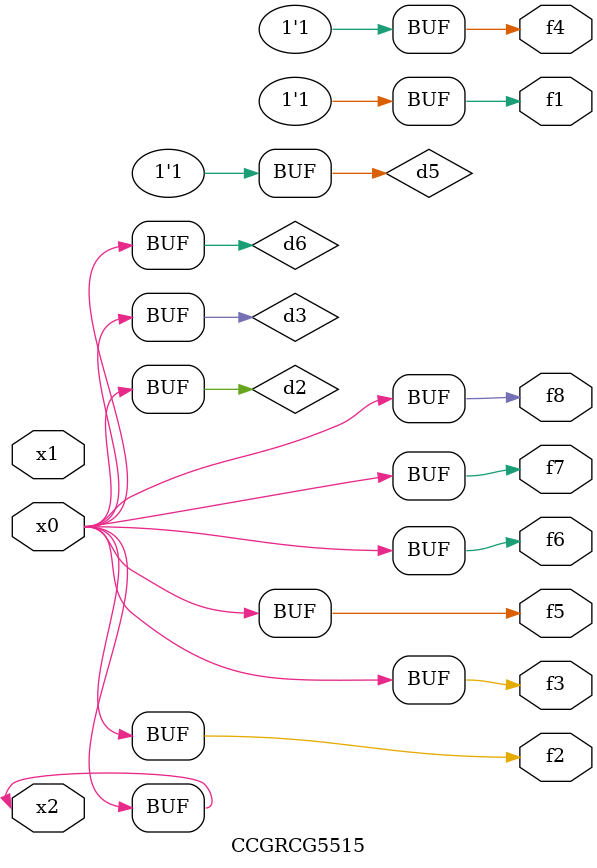
<source format=v>
module CCGRCG5515(
	input x0, x1, x2,
	output f1, f2, f3, f4, f5, f6, f7, f8
);

	wire d1, d2, d3, d4, d5, d6;

	xnor (d1, x2);
	buf (d2, x0, x2);
	and (d3, x0);
	xnor (d4, x1, x2);
	nand (d5, d1, d3);
	buf (d6, d2, d3);
	assign f1 = d5;
	assign f2 = d6;
	assign f3 = d6;
	assign f4 = d5;
	assign f5 = d6;
	assign f6 = d6;
	assign f7 = d6;
	assign f8 = d6;
endmodule

</source>
